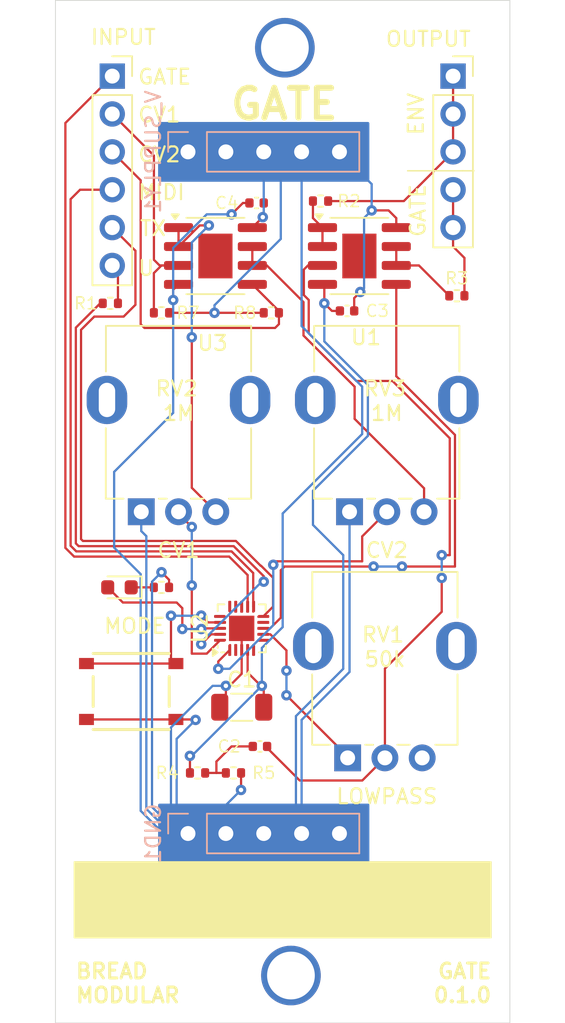
<source format=kicad_pcb>
(kicad_pcb (version 20240108) (generator "pcbnew") (generator_version "8.0")
  (layers (0 "F.Cu" signal) (31 "B.Cu" signal) (34 "B.Paste" user) (35 "F.Paste" user) (36 "B.SilkS" user "B.Silkscreen") (37 "F.SilkS" user "F.Silkscreen") (38 "B.Mask" user) (39 "F.Mask" user) (44 "Edge.Cuts" user))
  (net 0 "")
  (net 1 "GND")
  (net 2 "Net-(U1A-+)")
  (net 3 "V_MID")
  (net 4 "Net-(D1-K)")
  (net 5 "Net-(D1-A)")
  (net 6 "CV2")
  (net 7 "TX")
  (net 8 "MIDI")
  (net 9 "CV1")
  (net 10 "UDPI")
  (net 11 "GATE_OUT")
  (net 12 "V_SUPPLY")
  (net 13 "Net-(U2-~{RESET}{slash}PA0)")
  (net 14 "Net-(U1A--)")
  (net 15 "Net-(U1B--)")
  (net 17 "Net-(U2-PA6)")
  (net 18 "BUFF_CV1")
  (net 19 "Net-(U3A--)")
  (net 20 "Net-(U3B--)")
  (net 21 "BUFF_CV2")
  (net 22 "Net-(SW1-B)")
  (net 23 "Net-(U1B-+)")
  (net 27 "GATE")
  (net 33 "ENV_OUT")
  (footprint "Capacitor_SMD:C_1206_3216Metric" (layer "F.Cu") (at 59.485 88.05)
    (property "Reference" "C1" (at 0 -1.85 0) (layer "F.SilkS"))
    (property "Value" "100uf")
    (pad "1" smd roundrect (at -1.475 0) (size 1.15 1.8) (layers "F.Cu" "F.Paste" "F.Mask") (roundrect_rratio 0.217391) (net 1 "GND"))
    (pad "2" smd roundrect (at 1.475 0) (size 1.15 1.8) (layers "F.Cu" "F.Paste" "F.Mask") (roundrect_rratio 0.217391) (net 12 "V_SUPPLY"))
  )
  (footprint "BreadModular_Pots:Potentiometer_RV09" (layer "F.Cu") (at 69.342 67.948)
    (property "Reference" "RV3" (at -0.254 -1.27 180) (layer "F.SilkS"))
    (property "Value" "1M" (at -0.127 0.381 180) (layer "F.SilkS"))
    (pad "" thru_hole oval (at -4.927 -0.508 180) (size 2.72 3.24) (drill oval 1.1 2.3) (layers "*.Cu" "*.Mask"))
    (pad "" thru_hole oval (at 4.673 -0.508 180) (size 2.72 3.24) (drill oval 1.1 2.3) (layers "*.Cu" "*.Mask"))
    (pad "1" thru_hole rect (at -2.627 6.992 180) (size 1.8 1.8) (drill 1) (layers "*.Cu" "*.Mask") (net 1 "GND"))
    (pad "2" thru_hole circle (at -0.127 6.992 180) (size 1.8 1.8) (drill 1) (layers "*.Cu" "*.Mask") (net 21 "BUFF_CV2"))
    (pad "3" thru_hole circle (at 2.373 6.992 180) (size 1.8 1.8) (drill 1) (layers "*.Cu" "*.Mask") (net 20 "Net-(U3B--)"))
  )
  (footprint "Resistor_SMD:R_0402_1005Metric" (layer "F.Cu") (at 73.912 60.452)
    (property "Reference" "R3" (at 0 -1.17 0) (layer "F.SilkS") (effects (font (size 0.8 0.8) (thickness 0.1))))
    (property "Value" "1k")
    (pad "1" smd roundrect (at -0.51 0) (size 0.54 0.64) (layers "F.Cu" "F.Paste" "F.Mask") (net 15 "Net-(U1B--)"))
    (pad "2" smd roundrect (at 0.51 0) (size 0.54 0.64) (layers "F.Cu" "F.Paste" "F.Mask") (net 11 "GATE_OUT"))
  )
  (footprint "Resistor_SMD:R_0402_1005Metric" (layer "F.Cu") (at 50.671 60.96)
    (property "Reference" "R1" (at -1.649 0 0) (layer "F.SilkS") (effects (font (size 0.8 0.8) (thickness 0.1))))
    (property "Value" "4.7k")
    (pad "1" smd roundrect (at -0.51 0) (size 0.54 0.64) (layers "F.Cu" "F.Paste" "F.Mask") (net 13 "Net-(U2-~{RESET}{slash}PA0)"))
    (pad "2" smd roundrect (at 0.51 0) (size 0.54 0.64) (layers "F.Cu" "F.Paste" "F.Mask") (net 10 "UDPI"))
  )
  (footprint "Capacitor_SMD:C_0402_1005Metric" (layer "F.Cu") (at 66.548 61.468 180)
    (property "Reference" "C3" (at -2.032 0 0) (layer "F.SilkS") (effects (font (size 0.8 0.8) (thickness 0.1))))
    (property "Value" "0.1uf")
    (pad "1" smd roundrect (at -0.48 0 180) (size 0.56 0.62) (layers "F.Cu" "F.Paste" "F.Mask") (net 12 "V_SUPPLY"))
    (pad "2" smd roundrect (at 0.48 0 180) (size 0.56 0.62) (layers "F.Cu" "F.Paste" "F.Mask") (net 1 "GND"))
  )
  (footprint "LED_SMD:LED_0603_1608Metric" (layer "F.Cu") (at 51.2825 80.01 180)
    (property "Reference" "D1")
    (property "Value" "LED")
    (pad "1" smd roundrect (at -0.7875 0 180) (size 0.875 0.95) (layers "F.Cu" "F.Paste" "F.Mask") (net 4 "Net-(D1-K)"))
    (pad "2" smd roundrect (at 0.7875 0 180) (size 0.875 0.95) (layers "F.Cu" "F.Paste" "F.Mask") (net 5 "Net-(D1-A)"))
  )
  (footprint "Capacitor_SMD:C_0402_1005Metric" (layer "F.Cu") (at 60.48 54.229 180)
    (property "Reference" "C4" (at 2.004 0 0) (layer "F.SilkS") (effects (font (size 0.8 0.8) (thickness 0.1))))
    (property "Value" "0.1uf")
    (pad "1" smd roundrect (at -0.48 0 180) (size 0.56 0.62) (layers "F.Cu" "F.Paste" "F.Mask") (net 12 "V_SUPPLY"))
    (pad "2" smd roundrect (at 0.48 0 180) (size 0.56 0.62) (layers "F.Cu" "F.Paste" "F.Mask") (net 1 "GND"))
  )
  (footprint "BreadModular_MISC:SPST_TS-1187A-B-A-B" (layer "F.Cu") (at 52.07 86.995 180)
    (property "Reference" "SW1")
    (property "Value" "MODE SELECT")
    (pad "1" smd rect (at -3 -1.875 180) (size 1 0.75) (layers "F.Cu" "F.Paste" "F.Mask") (net 1 "GND"))
    (pad "1" smd rect (at 3 -1.875 180) (size 1 0.75) (layers "F.Cu" "F.Paste" "F.Mask") (net 1 "GND"))
    (pad "2" smd rect (at -3 1.875 180) (size 1 0.75) (layers "F.Cu" "F.Paste" "F.Mask") (net 22 "Net-(SW1-B)"))
    (pad "2" smd rect (at 3 1.875 180) (size 1 0.75) (layers "F.Cu" "F.Paste" "F.Mask") (net 22 "Net-(SW1-B)"))
  )
  (footprint "BreadModular_Pots:Potentiometer_RV09" (layer "F.Cu") (at 55.372 67.948)
    (property "Reference" "RV2" (at -0.254 -1.27 180) (layer "F.SilkS"))
    (property "Value" "1M" (at -0.127 0.381 180) (layer "F.SilkS"))
    (pad "" thru_hole oval (at -4.927 -0.508 180) (size 2.72 3.24) (drill oval 1.1 2.3) (layers "*.Cu" "*.Mask"))
    (pad "" thru_hole oval (at 4.673 -0.508 180) (size 2.72 3.24) (drill oval 1.1 2.3) (layers "*.Cu" "*.Mask"))
    (pad "1" thru_hole rect (at -2.627 6.992 180) (size 1.8 1.8) (drill 1) (layers "*.Cu" "*.Mask") (net 1 "GND"))
    (pad "2" thru_hole circle (at -0.127 6.992 180) (size 1.8 1.8) (drill 1) (layers "*.Cu" "*.Mask") (net 18 "BUFF_CV1"))
    (pad "3" thru_hole circle (at 2.373 6.992 180) (size 1.8 1.8) (drill 1) (layers "*.Cu" "*.Mask") (net 19 "Net-(U3A--)"))
  )
  (footprint "Connector_PinSocket_2.54mm:PinSocket_1x06_P2.54mm_Vertical" (layer "F.Cu") (at 50.8 45.72)
    (property "Reference" "INPUT1")
    (property "Value" "Conn_01x05_Socket")
    (pad "1" thru_hole rect (at 0 0) (size 1.7 1.7) (drill 1) (layers "*.Cu" "*.Mask") (net 27 "GATE"))
    (pad "2" thru_hole oval (at 0 2.54) (size 1.7 1.7) (drill 1) (layers "*.Cu" "*.Mask") (net 9 "CV1"))
    (pad "3" thru_hole oval (at 0 5.08) (size 1.7 1.7) (drill 1) (layers "*.Cu" "*.Mask") (net 6 "CV2"))
    (pad "4" thru_hole oval (at 0 7.62) (size 1.7 1.7) (drill 1) (layers "*.Cu" "*.Mask") (net 8 "MIDI"))
    (pad "5" thru_hole oval (at 0 10.16) (size 1.7 1.7) (drill 1) (layers "*.Cu" "*.Mask") (net 7 "TX"))
    (pad "6" thru_hole oval (at 0 12.7) (size 1.7 1.7) (drill 1) (layers "*.Cu" "*.Mask") (net 10 "UDPI"))
  )
  (footprint "Resistor_SMD:R_0402_1005Metric" (layer "F.Cu") (at 56.521 92.456)
    (property "Reference" "R4" (at -2.034 0 0) (layer "F.SilkS") (effects (font (size 0.8 0.8) (thickness 0.1))))
    (property "Value" "1k")
    (pad "1" smd roundrect (at -0.51 0) (size 0.54 0.64) (layers "F.Cu" "F.Paste" "F.Mask") (net 12 "V_SUPPLY"))
    (pad "2" smd roundrect (at 0.51 0) (size 0.54 0.64) (layers "F.Cu" "F.Paste" "F.Mask") (net 3 "V_MID"))
  )
  (footprint "Package_DFN_QFN:VQFN-20-1EP_3x3mm_P0.4mm_EP1.7x1.7mm" (layer "F.Cu") (at 59.48 82.76 90)
    (property "Reference" "U2" (at 0 -2.8 90) (layer "F.SilkS"))
    (property "Value" "ATtiny1616-M")
    (pad "1" smd custom (at -1.45 -0.8 90) (size 0.143431 0.143431) (layers "F.Cu" "F.Paste" "F.Mask") (net 21 "BUFF_CV2") (options (clearance outline) (anchor circle)) (primitives (gr_poly (pts (xy -0.35 -0.05) (xy 0.299289 -0.05) (xy 0.35 0.000711) (xy 0.35 0.05) (xy -0.35 0.05)) (width 0.1) (fill yes))))
    (pad "2" smd roundrect (at -1.45 -0.4 90) (size 0.8 0.2) (layers "F.Cu" "F.Paste" "F.Mask"))
    (pad "3" smd roundrect (at -1.45 0 90) (size 0.8 0.2) (layers "F.Cu" "F.Paste" "F.Mask") (net 1 "GND"))
    (pad "4" smd roundrect (at -1.45 0.4 90) (size 0.8 0.2) (layers "F.Cu" "F.Paste" "F.Mask") (net 12 "V_SUPPLY"))
    (pad "5" smd custom (at -1.45 0.8 90) (size 0.143431 0.143431) (layers "F.Cu" "F.Paste" "F.Mask") (options (clearance outline) (anchor circle)) (primitives (gr_poly (pts (xy -0.35 -0.05) (xy 0.35 -0.05) (xy 0.35 -0.000711) (xy 0.299289 0.05) (xy -0.35 0.05)) (width 0.1) (fill yes))))
    (pad "6" smd custom (at -0.8 1.45 90) (size 0.143431 0.143431) (layers "F.Cu" "F.Paste" "F.Mask") (options (clearance outline) (anchor circle)) (primitives (gr_poly (pts (xy -0.05 -0.299289) (xy 0.000711 -0.35) (xy 0.05 -0.35) (xy 0.05 0.35) (xy -0.05 0.35)) (width 0.1) (fill yes))))
    (pad "7" smd roundrect (at -0.4 1.45 90) (size 0.2 0.8) (layers "F.Cu" "F.Paste" "F.Mask") (net 17 "Net-(U2-PA6)"))
    (pad "8" smd roundrect (at 0 1.45 90) (size 0.2 0.8) (layers "F.Cu" "F.Paste" "F.Mask") (net 23 "Net-(U1B-+)"))
    (pad "9" smd roundrect (at 0.4 1.45 90) (size 0.2 0.8) (layers "F.Cu" "F.Paste" "F.Mask"))
    (pad "10" smd custom (at 0.8 1.45 90) (size 0.143431 0.143431) (layers "F.Cu" "F.Paste" "F.Mask") (net 7 "TX") (options (clearance outline) (anchor circle)) (primitives (gr_poly (pts (xy -0.05 -0.35) (xy -0.000711 -0.35) (xy 0.05 -0.299289) (xy 0.05 0.35) (xy -0.05 0.35)) (width 0.1) (fill yes))))
    (pad "11" smd custom (at 1.45 0.8 90) (size 0.143431 0.143431) (layers "F.Cu" "F.Paste" "F.Mask") (net 8 "MIDI") (options (clearance outline) (anchor circle)) (primitives (gr_poly (pts (xy -0.35 -0.05) (xy 0.35 -0.05) (xy 0.35 0.05) (xy -0.299289 0.05) (xy -0.35 -0.000711)) (width 0.1) (fill yes))))
    (pad "12" smd roundrect (at 1.45 0.4 90) (size 0.8 0.2) (layers "F.Cu" "F.Paste" "F.Mask") (net 27 "GATE"))
    (pad "13" smd roundrect (at 1.45 0 90) (size 0.8 0.2) (layers "F.Cu" "F.Paste" "F.Mask"))
    (pad "14" smd roundrect (at 1.45 -0.4 90) (size 0.8 0.2) (layers "F.Cu" "F.Paste" "F.Mask"))
    (pad "15" smd custom (at 1.45 -0.8 90) (size 0.143431 0.143431) (layers "F.Cu" "F.Paste" "F.Mask") (options (clearance outline) (anchor circle)) (primitives (gr_poly (pts (xy -0.35 0.000711) (xy -0.299289 -0.05) (xy 0.35 -0.05) (xy 0.35 0.05) (xy -0.35 0.05)) (width 0.1) (fill yes))))
    (pad "16" smd custom (at 0.8 -1.45 90) (size 0.143431 0.143431) (layers "F.Cu" "F.Paste" "F.Mask") (options (clearance outline) (anchor circle)) (primitives (gr_poly (pts (xy -0.05 -0.35) (xy 0.05 -0.35) (xy 0.05 0.299289) (xy -0.000711 0.35) (xy -0.05 0.35)) (width 0.1) (fill yes))))
    (pad "17" smd roundrect (at 0.4 -1.45 90) (size 0.2 0.8) (layers "F.Cu" "F.Paste" "F.Mask") (net 22 "Net-(SW1-B)"))
    (pad "18" smd roundrect (at 0 -1.45 90) (size 0.2 0.8) (layers "F.Cu" "F.Paste" "F.Mask") (net 5 "Net-(D1-A)"))
    (pad "19" smd roundrect (at -0.4 -1.45 90) (size 0.2 0.8) (layers "F.Cu" "F.Paste" "F.Mask") (net 13 "Net-(U2-~{RESET}{slash}PA0)"))
    (pad "20" smd custom (at -0.8 -1.45 90) (size 0.143431 0.143431) (layers "F.Cu" "F.Paste" "F.Mask") (net 18 "BUFF_CV1") (options (clearance outline) (anchor circle)) (primitives (gr_poly (pts (xy -0.05 -0.35) (xy 0.05 -0.35) (xy 0.05 0.35) (xy 0.000711 0.35) (xy -0.05 0.299289)) (width 0.1) (fill yes))))
    (pad "21" smd rect (at 0 0 90) (size 1.7 1.7) (property pad_prop_heatsink) (layers "F.Cu" "F.Mask") (net 1 "GND"))
  )
  (footprint "Resistor_SMD:R_0402_1005Metric" (layer "F.Cu") (at 54.1 80.01)
    (property "Reference" "R6")
    (property "Value" "330")
    (pad "1" smd roundrect (at -0.51 0) (size 0.54 0.64) (layers "F.Cu" "F.Paste" "F.Mask") (net 4 "Net-(D1-K)"))
    (pad "2" smd roundrect (at 0.51 0) (size 0.54 0.64) (layers "F.Cu" "F.Paste" "F.Mask") (net 1 "GND"))
  )
  (footprint "Resistor_SMD:R_0402_1005Metric" (layer "F.Cu") (at 64.77 54.102)
    (property "Reference" "R2" (at 1.905 0 0) (layer "F.SilkS") (effects (font (size 0.8 0.8) (thickness 0.1))))
    (property "Value" "1k")
    (pad "1" smd roundrect (at -0.51 0) (size 0.54 0.64) (layers "F.Cu" "F.Paste" "F.Mask") (net 14 "Net-(U1A--)"))
    (pad "2" smd roundrect (at 0.51 0) (size 0.54 0.64) (layers "F.Cu" "F.Paste" "F.Mask") (net 33 "ENV_OUT"))
  )
  (footprint "BreadModular_Pots:Potentiometer_RV09" (layer "F.Cu") (at 69.215 84.455)
    (property "Reference" "RV1" (at -0.254 -1.27 180) (layer "F.SilkS"))
    (property "Value" "50k" (at -0.127 0.381 180) (layer "F.SilkS"))
    (pad "" thru_hole oval (at -4.927 -0.508 180) (size 2.72 3.24) (drill oval 1.1 2.3) (layers "*.Cu" "*.Mask"))
    (pad "" thru_hole oval (at 4.673 -0.508 180) (size 2.72 3.24) (drill oval 1.1 2.3) (layers "*.Cu" "*.Mask"))
    (pad "1" thru_hole rect (at -2.627 6.992 180) (size 1.8 1.8) (drill 1) (layers "*.Cu" "*.Mask") (net 17 "Net-(U2-PA6)"))
    (pad "2" thru_hole circle (at -0.127 6.992 180) (size 1.8 1.8) (drill 1) (layers "*.Cu" "*.Mask") (net 2 "Net-(U1A-+)"))
    (pad "3" thru_hole circle (at 2.373 6.992 180) (size 1.8 1.8) (drill 1) (layers "*.Cu" "*.Mask"))
  )
  (footprint "Resistor_SMD:R_0402_1005Metric" (layer "F.Cu") (at 61.47 61.595)
    (property "Reference" "R8" (at -1.78 0 0) (layer "F.SilkS") (effects (font (size 0.8 0.8) (thickness 0.1))))
    (property "Value" "100k")
    (pad "1" smd roundrect (at -0.51 0) (size 0.54 0.64) (layers "F.Cu" "F.Paste" "F.Mask") (net 12 "V_SUPPLY"))
    (pad "2" smd roundrect (at 0.51 0) (size 0.54 0.64) (layers "F.Cu" "F.Paste" "F.Mask") (net 6 "CV2"))
  )
  (footprint "Package_SO:SOIC-8-1EP_3.9x4.9mm_P1.27mm_EP2.29x3mm" (layer "F.Cu") (at 67.375 57.785)
    (property "Reference" "U1" (at 0.443 5.461 0) (layer "F.SilkS"))
    (property "Value" "MCP6002-xSN")
    (pad "1" smd roundrect (at -2.475 -1.905) (size 1.95 0.6) (layers "F.Cu" "F.Paste" "F.Mask") (net 14 "Net-(U1A--)"))
    (pad "2" smd roundrect (at -2.475 -0.635) (size 1.95 0.6) (layers "F.Cu" "F.Paste" "F.Mask") (net 14 "Net-(U1A--)"))
    (pad "3" smd roundrect (at -2.475 0.635) (size 1.95 0.6) (layers "F.Cu" "F.Paste" "F.Mask") (net 2 "Net-(U1A-+)"))
    (pad "4" smd roundrect (at -2.475 1.905) (size 1.95 0.6) (layers "F.Cu" "F.Paste" "F.Mask") (net 1 "GND"))
    (pad "5" smd roundrect (at 2.475 1.905) (size 1.95 0.6) (layers "F.Cu" "F.Paste" "F.Mask") (net 23 "Net-(U1B-+)"))
    (pad "6" smd roundrect (at 2.475 0.635) (size 1.95 0.6) (layers "F.Cu" "F.Paste" "F.Mask") (net 15 "Net-(U1B--)"))
    (pad "7" smd roundrect (at 2.475 -0.635) (size 1.95 0.6) (layers "F.Cu" "F.Paste" "F.Mask") (net 15 "Net-(U1B--)"))
    (pad "8" smd roundrect (at 2.475 -1.905) (size 1.95 0.6) (layers "F.Cu" "F.Paste" "F.Mask") (net 12 "V_SUPPLY"))
    (pad "9" smd rect (at 0 0) (size 2.29 3) (property pad_prop_heatsink) (layers "F.Cu" "F.Mask"))
  )
  (footprint "Package_SO:SOIC-8-1EP_3.9x4.9mm_P1.27mm_EP2.29x3mm" (layer "F.Cu") (at 57.72 57.785)
    (property "Reference" "U3" (at -0.189 5.842 0) (layer "F.SilkS"))
    (property "Value" "MCP6002-xSN")
    (pad "1" smd roundrect (at -2.475 -1.905) (size 1.95 0.6) (layers "F.Cu" "F.Paste" "F.Mask") (net 19 "Net-(U3A--)"))
    (pad "2" smd roundrect (at -2.475 -0.635) (size 1.95 0.6) (layers "F.Cu" "F.Paste" "F.Mask") (net 19 "Net-(U3A--)"))
    (pad "3" smd roundrect (at -2.475 0.635) (size 1.95 0.6) (layers "F.Cu" "F.Paste" "F.Mask") (net 9 "CV1"))
    (pad "4" smd roundrect (at -2.475 1.905) (size 1.95 0.6) (layers "F.Cu" "F.Paste" "F.Mask") (net 1 "GND"))
    (pad "5" smd roundrect (at 2.475 1.905) (size 1.95 0.6) (layers "F.Cu" "F.Paste" "F.Mask") (net 6 "CV2"))
    (pad "6" smd roundrect (at 2.475 0.635) (size 1.95 0.6) (layers "F.Cu" "F.Paste" "F.Mask") (net 20 "Net-(U3B--)"))
    (pad "7" smd roundrect (at 2.475 -0.635) (size 1.95 0.6) (layers "F.Cu" "F.Paste" "F.Mask") (net 20 "Net-(U3B--)"))
    (pad "8" smd roundrect (at 2.475 -1.905) (size 1.95 0.6) (layers "F.Cu" "F.Paste" "F.Mask") (net 12 "V_SUPPLY"))
    (pad "9" smd rect (at 0 0) (size 2.29 3) (property pad_prop_heatsink) (layers "F.Cu" "F.Mask"))
  )
  (footprint "Resistor_SMD:R_0402_1005Metric" (layer "F.Cu") (at 54.1 61.595 180)
    (property "Reference" "R7" (at -1.78 0 0) (layer "F.SilkS") (effects (font (size 0.8 0.8) (thickness 0.1))))
    (property "Value" "100k")
    (pad "1" smd roundrect (at -0.51 0 180) (size 0.54 0.64) (layers "F.Cu" "F.Paste" "F.Mask") (net 12 "V_SUPPLY"))
    (pad "2" smd roundrect (at 0.51 0 180) (size 0.54 0.64) (layers "F.Cu" "F.Paste" "F.Mask") (net 9 "CV1"))
  )
  (footprint "Capacitor_SMD:C_0402_1005Metric" (layer "F.Cu") (at 60.706 90.678)
    (property "Reference" "C2" (at -2.06 0 0) (layer "F.SilkS") (effects (font (size 0.8 0.8) (thickness 0.1))))
    (property "Value" "100nf")
    (pad "1" smd roundrect (at -0.48 0) (size 0.56 0.62) (layers "F.Cu" "F.Paste" "F.Mask") (net 3 "V_MID"))
    (pad "2" smd roundrect (at 0.48 0) (size 0.56 0.62) (layers "F.Cu" "F.Paste" "F.Mask") (net 2 "Net-(U1A-+)"))
  )
  (footprint "Connector_PinSocket_2.54mm:PinSocket_1x05_P2.54mm_Vertical" (layer "F.Cu") (at 73.66 45.72)
    (property "Reference" "OUTPUT1")
    (property "Value" "Conn_01x05_Socket")
    (pad "1" thru_hole rect (at 0 0) (size 1.7 1.7) (drill 1) (layers "*.Cu" "*.Mask") (net 33 "ENV_OUT"))
    (pad "2" thru_hole oval (at 0 2.54) (size 1.7 1.7) (drill 1) (layers "*.Cu" "*.Mask") (net 33 "ENV_OUT"))
    (pad "3" thru_hole oval (at 0 5.08) (size 1.7 1.7) (drill 1) (layers "*.Cu" "*.Mask") (net 33 "ENV_OUT"))
    (pad "4" thru_hole oval (at 0 7.62) (size 1.7 1.7) (drill 1) (layers "*.Cu" "*.Mask") (net 11 "GATE_OUT"))
    (pad "5" thru_hole oval (at 0 10.16) (size 1.7 1.7) (drill 1) (layers "*.Cu" "*.Mask") (net 11 "GATE_OUT"))
  )
  (footprint "Resistor_SMD:R_0402_1005Metric" (layer "F.Cu") (at 58.93 92.456)
    (property "Reference" "R5" (at 2.034 0 0) (layer "F.SilkS") (effects (font (size 0.8 0.8) (thickness 0.1))))
    (property "Value" "1k")
    (pad "1" smd roundrect (at -0.51 0) (size 0.54 0.64) (layers "F.Cu" "F.Paste" "F.Mask") (net 3 "V_MID"))
    (pad "2" smd roundrect (at 0.51 0) (size 0.54 0.64) (layers "F.Cu" "F.Paste" "F.Mask") (net 1 "GND"))
  )
  (footprint "BreadModular_MISC:Power_Connector" (layer "B.Cu") (at 55.88 50.8 -90)
    (property "Reference" "V_SUPPLY1" (at 0 2.33 90) (layer "B.SilkS") (effects (justify mirror)))
    (property "Value" "Conn_01x05_Pin")
    (pad "1" thru_hole rect (at 0 0 270) (size 2 2) (drill 1) (layers "*.Cu" "*.Mask") (net 12 "V_SUPPLY"))
    (pad "2" thru_hole oval (at 0 -2.54 270) (size 2 2) (drill 1) (layers "*.Cu" "*.Mask") (net 12 "V_SUPPLY"))
    (pad "3" thru_hole oval (at 0 -5.08 270) (size 2 2) (drill 1) (layers "*.Cu" "*.Mask") (net 12 "V_SUPPLY"))
    (pad "4" thru_hole oval (at 0 -7.62 270) (size 2 2) (drill 1) (layers "*.Cu" "*.Mask") (net 12 "V_SUPPLY"))
    (pad "5" thru_hole oval (at 0 -10.16 270) (size 2 2) (drill 1) (layers "*.Cu" "*.Mask") (net 12 "V_SUPPLY"))
  )
  (footprint "BreadModular_MISC:Power_Connector" (layer "B.Cu") (at 55.88 96.52 -90)
    (property "Reference" "GND1" (at 0 2.33 90) (layer "B.SilkS") (effects (justify mirror)))
    (property "Value" "Conn_01x05_Pin")
    (pad "1" thru_hole rect (at 0 0 270) (size 2 2) (drill 1) (layers "*.Cu" "*.Mask") (net 1 "GND"))
    (pad "2" thru_hole oval (at 0 -2.54 270) (size 2 2) (drill 1) (layers "*.Cu" "*.Mask") (net 1 "GND"))
    (pad "3" thru_hole oval (at 0 -5.08 270) (size 2 2) (drill 1) (layers "*.Cu" "*.Mask") (net 1 "GND"))
    (pad "4" thru_hole oval (at 0 -7.62 270) (size 2 2) (drill 1) (layers "*.Cu" "*.Mask") (net 1 "GND"))
    (pad "5" thru_hole oval (at 0 -10.16 270) (size 2 2) (drill 1) (layers "*.Cu" "*.Mask") (net 1 "GND"))
  )
  (gr_poly (pts (xy 53.975 48.895) (xy 67.945 48.895) (xy 67.945 52.705) (xy 53.975 52.705)) (stroke (width 0.2)) (fill solid) (layer "B.Cu") (net 12))
  (gr_poly (pts (xy 53.975 94.615) (xy 67.945 94.615) (xy 67.945 98.425) (xy 53.975 98.425)) (stroke (width 0.2)) (fill solid) (layer "B.Cu") (net 1))
  (gr_line (start 74.295 52.07) (end 75.057 52.07) (stroke (width 0.1)) (layer "F.SilkS"))
  (gr_line (start 70.612 52.07) (end 74.295 52.07) (stroke (width 0.1)) (layer "F.SilkS"))
  (gr_poly (pts (xy 48.26 98.425) (xy 76.2 98.425) (xy 76.2 103.505) (xy 48.26 103.505)) (stroke (width 0.1)) (fill solid) (layer "F.SilkS"))
  (gr_line (start 46.99 109.22) (end 77.47 109.22) (stroke (width 0.05)) (layer "Edge.Cuts"))
  (gr_line (start 77.47 40.64) (end 46.99 40.64) (stroke (width 0.05)) (layer "Edge.Cuts"))
  (gr_line (start 46.99 40.64) (end 46.99 109.22) (stroke (width 0.05)) (layer "Edge.Cuts"))
  (gr_line (start 77.47 109.22) (end 77.47 40.64) (stroke (width 0.05)) (layer "Edge.Cuts"))
  (gr_text "GATE" (at 52.451 46.355 0) (layer "F.SilkS") (effects (font (size 1 1)) (justify left bottom)))
  (gr_text "ENV" (at 71.755 48.26 90) (layer "F.SilkS") (effects (font (size 1 1)) (justify bottom)))
  (gr_text "U" (at 52.451 59.182 0) (layer "F.SilkS") (effects (font (size 1 1)) (justify left bottom)))
  (gr_text "GATE" (at 71.882 54.737 90) (layer "F.SilkS") (effects (font (size 1 1)) (justify bottom)))
  (gr_text "TX" (at 52.578 56.515 0) (layer "F.SilkS") (effects (font (size 1 1)) (justify left bottom)))
  (gr_text "CV1" (at 52.451 48.895 0) (layer "F.SilkS") (effects (font (size 1 1)) (justify left bottom)))
  (gr_text "MODE" (at 50.165 83.185 0) (layer "F.SilkS") (effects (font (size 1 1)) (justify left bottom)))
  (gr_text "INPUT" (at 49.276 43.688 0) (layer "F.SilkS") (effects (font (size 1 1)) (justify left bottom)))
  (gr_text "CV2" (at 69.215 78.105 0) (layer "F.SilkS") (effects (font (size 1 1)) (justify bottom)))
  (gr_text "GATE\n0.1.0" (at 76.327 107.95 0) (layer "F.SilkS") (effects (font (size 1 1) (thickness 0.2) (bold yes)) (justify right bottom)))
  (gr_text "GATE" (at 58.547 48.768 0) (layer "F.SilkS") (effects (font (size 2 2) (thickness 0.4) (bold yes)) (justify left bottom)))
  (gr_text "MIDI" (at 52.451 54.102 0) (layer "F.SilkS") (effects (font (size 1 1)) (justify left bottom)))
  (gr_text "LOWPASS" (at 69.215 94.615 0) (layer "F.SilkS") (effects (font (size 1 1)) (justify bottom)))
  (gr_text "OUTPUT" (at 74.93 43.815 0) (layer "F.SilkS") (effects (font (size 1 1)) (justify right bottom)))
  (gr_text "CV1" (at 55.245 78.105 0) (layer "F.SilkS") (effects (font (size 1 1)) (justify bottom)))
  (gr_text "BREAD\nMODULAR" (at 48.26 107.95 0) (layer "F.SilkS") (effects (font (size 1 1) (thickness 0.2) (bold yes)) (justify left bottom)))
  (gr_text "CV2" (at 52.451 51.562 0) (layer "F.SilkS") (effects (font (size 1 1)) (justify left bottom)))
  (via (at 62.784908 106.045) (size 4) (drill 3.2) (layers "F.Cu" "B.Cu") (net 0))
  (via (at 62.37758 43.815) (size 4) (drill 3.2) (layers "F.Cu" "B.Cu") (net 0))
  (segment (start 58.42 86.614) (end 58.674 86.614) (width 0.15) (layer "F.Cu") (net 1))
  (segment (start 55.88 96.52) (end 66.04 96.52) (width 0.5) (layer "F.Cu") (net 1))
  (segment (start 54.61 79.502) (end 54.61 80.01) (width 0.15) (layer "F.Cu") (net 1))
  (segment (start 65.024 59.814) (end 64.9 59.69) (width 0.15) (layer "F.Cu") (net 1))
  (segment (start 66.068 61.468) (end 65.532 61.468) (width 0.15) (layer "F.Cu") (net 1))
  (segment (start 65.532 61.468) (end 65.024 60.96) (width 0.15) (layer "F.Cu") (net 1))
  (segment (start 58.42 87.64) (end 58.01 88.05) (width 0.15) (layer "F.Cu") (net 1))
  (segment (start 55.07 88.87) (end 56.358 88.87) (width 0.15) (layer "F.Cu") (net 1))
  (segment (start 60 54.229) (end 59.563 54.229) (width 0.15) (layer "F.Cu") (net 1))
  (segment (start 59.44 93.595) (end 59.436 93.599) (width 0.15) (layer "F.Cu") (net 1))
  (segment (start 49.07 88.87) (end 55.07 88.87) (width 0.15) (layer "F.Cu") (net 1))
  (segment (start 56.358 88.87) (end 56.388 88.9) (width 0.15) (layer "F.Cu") (net 1))
  (segment (start 54.8863 60.739686) (end 54.8863 60.0487) (width 0.15) (layer "F.Cu") (net 1))
  (segment (start 59.44 92.456) (end 59.44 93.595) (width 0.15) (layer "F.Cu") (net 1))
  (segment (start 59.48 85.808) (end 59.48 84.21) (width 0.15) (layer "F.Cu") (net 1))
  (segment (start 65.024 60.96) (end 65.024 59.814) (width 0.15) (layer "F.Cu") (net 1))
  (segment (start 59.48 82.76) (end 59.48 84.21) (width 0.15) (layer "F.Cu") (net 1))
  (segment (start 54.102 78.994) (end 54.61 79.502) (width 0.15) (layer "F.Cu") (net 1))
  (segment (start 54.8863 60.0487) (end 55.245 59.69) (width 0.15) (layer "F.Cu") (net 1))
  (segment (start 58.674 86.614) (end 59.48 85.808) (width 0.15) (layer "F.Cu") (net 1))
  (segment (start 58.42 86.614) (end 58.42 87.64) (width 0.15) (layer "F.Cu") (net 1))
  (segment (start 59.563 54.229) (end 58.801 54.991) (width 0.15) (layer "F.Cu") (net 1))
  (via (at 54.8863 60.739686) (size 0.7) (drill 0.3) (layers "F.Cu" "B.Cu") (net 1))
  (via (at 56.388 88.9) (size 0.7) (drill 0.3) (layers "F.Cu" "B.Cu") (net 1))
  (via (at 59.436 93.599) (size 0.7) (drill 0.3) (layers "F.Cu" "B.Cu") (net 1))
  (via (at 54.102 78.994) (size 0.7) (drill 0.3) (layers "F.Cu" "B.Cu") (net 1))
  (via (at 58.42 86.614) (size 0.7) (drill 0.3) (layers "F.Cu" "B.Cu") (net 1))
  (via (at 58.801 54.991) (size 0.7) (drill 0.3) (layers "F.Cu" "B.Cu") (net 1))
  (via (at 65.024 60.96) (size 0.7) (drill 0.3) (layers "F.Cu" "B.Cu") (net 1))
  (segment (start 55.245 96.52) (end 55.88 96.52) (width 0.15) (layer "B.Cu") (net 1))
  (segment (start 52.705 94.996) (end 53.213 95.504) (width 0.15) (layer "B.Cu") (net 1))
  (segment (start 54.102 78.994) (end 53.467 79.629) (width 0.15) (layer "B.Cu") (net 1))
  (segment (start 67.945 69.85) (end 64.262 73.533) (width 0.15) (layer "B.Cu") (net 1))
  (segment (start 59.436 93.599) (end 58.42 94.615) (width 0.15) (layer "B.Cu") (net 1))
  (segment (start 65.024 63.513026) (end 67.945 66.434026) (width 0.15) (layer "B.Cu") (net 1))
  (segment (start 67.945 66.434026) (end 67.945 69.85) (width 0.15) (layer "B.Cu") (net 1))
  (segment (start 50.927 72.263) (end 50.927 77.343) (width 0.15) (layer "B.Cu") (net 1))
  (segment (start 51.181 77.597) (end 52.705 79.121) (width 0.15) (layer "B.Cu") (net 1))
  (segment (start 54.8863 68.3037) (end 50.927 72.263) (width 0.15) (layer "B.Cu") (net 1))
  (segment (start 54.483 96.774) (end 54.737 96.52) (width 0.15) (layer "B.Cu") (net 1))
  (segment (start 55.88 95.758) (end 55.88 96.52) (width 0.15) (layer "B.Cu") (net 1))
  (segment (start 64.262 75.819) (end 66.294 77.851) (width 0.15) (layer "B.Cu") (net 1))
  (segment (start 53.213 95.504) (end 54.483 96.774) (width 0.15) (layer "B.Cu") (net 1))
  (segment (start 58.42 86.614) (end 57.531 86.614) (width 0.15) (layer "B.Cu") (net 1))
  (segment (start 56.388 88.9) (end 55.118 90.17) (width 0.15) (layer "B.Cu") (net 1))
  (segment (start 50.927 77.343) (end 51.181 77.597) (width 0.15) (layer "B.Cu") (net 1))
  (segment (start 52.745 76.234884) (end 53.086 76.575884) (width 0.15) (layer "B.Cu") (net 1))
  (segment (start 54.737 95.377) (end 55.88 96.52) (width 0.15) (layer "B.Cu") (net 1))
  (segment (start 53.086 94.869) (end 54.737 96.52) (width 0.15) (layer "B.Cu") (net 1))
  (segment (start 55.118 90.17) (end 55.118 94.996) (width 0.15) (layer "B.Cu") (net 1))
  (segment (start 63.5 88.9) (end 63.5 96.52) (width 0.15) (layer "B.Cu") (net 1))
  (segment (start 54.737 96.52) (end 55.88 96.52) (width 0.15) (layer "B.Cu") (net 1))
  (segment (start 58.801 54.991) (end 57.137114 54.991) (width 0.15) (layer "B.Cu") (net 1))
  (segment (start 53.467 94.742) (end 55.245 96.52) (width 0.15) (layer "B.Cu") (net 1))
  (segment (start 52.705 84.836) (end 52.705 94.996) (width 0.15) (layer "B.Cu") (net 1))
  (segment (start 58.42 94.615) (end 58.42 96.52) (width 0.15) (layer "B.Cu") (net 1))
  (segment (start 57.137114 54.991) (end 54.8863 57.241814) (width 0.15) (layer "B.Cu") (net 1))
  (segment (start 66.715 74.94) (end 66.715 85.685) (width 0.15) (layer "B.Cu") (net 1))
  (segment (start 52.705 79.121) (end 52.705 84.836) (width 0.15) (layer "B.Cu") (net 1))
  (segment (start 57.531 86.614) (end 54.737 89.408) (width 0.15) (layer "B.Cu") (net 1))
  (segment (start 54.8863 57.241814) (end 54.8863 60.739686) (width 0.15) (layer "B.Cu") (net 1))
  (segment (start 53.467 79.629) (end 53.467 94.742) (width 0.15) (layer "B.Cu") (net 1))
  (segment (start 55.118 94.996) (end 55.88 95.758) (width 0.15) (layer "B.Cu") (net 1))
  (segment (start 64.262 73.533) (end 64.262 75.819) (width 0.15) (layer "B.Cu") (net 1))
  (segment (start 53.086 76.575884) (end 53.086 94.869) (width 0.15) (layer "B.Cu") (net 1))
  (segment (start 63.119 96.139) (end 63.5 96.52) (width 0.15) (layer "B.Cu") (net 1))
  (segment (start 52.745 74.94) (end 52.745 76.234884) (width 0.15) (layer "B.Cu") (net 1))
  (segment (start 65.024 60.96) (end 65.024 63.513026) (width 0.15) (layer "B.Cu") (net 1))
  (segment (start 54.737 89.408) (end 54.737 95.377) (width 0.15) (layer "B.Cu") (net 1))
  (segment (start 66.715 85.685) (end 63.5 88.9) (width 0.15) (layer "B.Cu") (net 1))
  (segment (start 63.119 88.646) (end 63.119 96.139) (width 0.15) (layer "B.Cu") (net 1))
  (segment (start 54.8863 60.739686) (end 54.8863 68.3037) (width 0.15) (layer "B.Cu") (net 1))
  (segment (start 66.294 77.851) (end 66.294 85.471) (width 0.15) (layer "B.Cu") (net 1))
  (segment (start 66.294 85.471) (end 63.119 88.646) (width 0.15) (layer "B.Cu") (net 1))
  (segment (start 69.596 66.167) (end 73.437 70.008) (width 0.15) (layer "F.Cu") (net 2))
  (segment (start 63.977 62.974026) (end 67.169974 66.167) (width 0.15) (layer "F.Cu") (net 2))
  (segment (start 73.437 70.008) (end 73.437 77.851) (width 0.15) (layer "F.Cu") (net 2))
  (segment (start 63.373 92.964) (end 67.571 92.964) (width 0.15) (layer "F.Cu") (net 2))
  (segment (start 61.186 90.678) (end 61.186 90.777) (width 0.15) (layer "F.Cu") (net 2))
  (segment (start 64.9 58.42) (end 63.925001 58.42) (width 0.15) (layer "F.Cu") (net 2))
  (segment (start 72.898 81.647974) (end 69.088 85.457974) (width 0.15) (layer "F.Cu") (net 2))
  (segment (start 72.898 79.375) (end 72.898 81.647974) (width 0.15) (layer "F.Cu") (net 2))
  (segment (start 67.571 92.964) (end 69.088 91.447) (width 0.15) (layer "F.Cu") (net 2))
  (segment (start 63.925001 58.42) (end 63.65 58.695001) (width 0.15) (layer "F.Cu") (net 2))
  (segment (start 63.65 60.405027) (end 63.977 60.732027) (width 0.15) (layer "F.Cu") (net 2))
  (segment (start 61.186 90.777) (end 63.373 92.964) (width 0.15) (layer "F.Cu") (net 2))
  (segment (start 63.65 58.695001) (end 63.65 60.405027) (width 0.15) (layer "F.Cu") (net 2))
  (segment (start 67.169974 66.167) (end 69.596 66.167) (width 0.15) (layer "F.Cu") (net 2))
  (segment (start 63.977 60.732027) (end 63.977 62.974026) (width 0.15) (layer "F.Cu") (net 2))
  (segment (start 69.088 85.457974) (end 69.088 91.447) (width 0.15) (layer "F.Cu") (net 2))
  (segment (start 73.437 77.851) (end 72.898 77.851) (width 0.15) (layer "F.Cu") (net 2))
  (via (at 72.898 77.851) (size 0.7) (drill 0.3) (layers "F.Cu" "B.Cu") (net 2))
  (via (at 72.898 79.375) (size 0.7) (drill 0.3) (layers "F.Cu" "B.Cu") (net 2))
  (segment (start 72.898 77.851) (end 72.898 79.375) (width 0.15) (layer "B.Cu") (net 2))
  (segment (start 57.785 92.456) (end 57.785 91.694) (width 0.15) (layer "F.Cu") (net 3))
  (segment (start 58.801 90.678) (end 60.226 90.678) (width 0.15) (layer "F.Cu") (net 3))
  (segment (start 57.785 91.694) (end 58.801 90.678) (width 0.15) (layer "F.Cu") (net 3))
  (segment (start 57.785 92.456) (end 57.031 92.456) (width 0.15) (layer "F.Cu") (net 3))
  (segment (start 58.42 92.456) (end 57.785 92.456) (width 0.15) (layer "F.Cu") (net 3))
  (segment (start 53.59 80.01) (end 52.07 80.01) (width 0.15) (layer "F.Cu") (net 4))
  (segment (start 51.511 81.026) (end 55.118 81.026) (width 0.15) (layer "F.Cu") (net 5))
  (segment (start 56.813 82.76) (end 58.03 82.76) (width 0.15) (layer "F.Cu") (net 5))
  (segment (start 55.118 81.026) (end 55.499 81.407) (width 0.15) (layer "F.Cu") (net 5))
  (segment (start 55.499 81.407) (end 55.499 82.804) (width 0.15) (layer "F.Cu") (net 5))
  (segment (start 50.495 80.01) (end 51.511 81.026) (width 0.15) (layer "F.Cu") (net 5))
  (segment (start 56.769 82.804) (end 56.813 82.76) (width 0.15) (layer "F.Cu") (net 5))
  (via (at 55.499 82.804) (size 0.7) (drill 0.3) (layers "F.Cu" "B.Cu") (net 5))
  (via (at 56.769 82.804) (size 0.7) (drill 0.3) (layers "F.Cu" "B.Cu") (net 5))
  (segment (start 55.499 82.804) (end 56.769 82.804) (width 0.15) (layer "B.Cu") (net 5))
  (segment (start 61.722 62.611) (end 61.98 62.353) (width 0.15) (layer "F.Cu") (net 6))
  (segment (start 52.959 62.611) (end 61.722 62.611) (width 0.15) (layer "F.Cu") (net 6))
  (segment (start 52.705 62.357) (end 52.959 62.611) (width 0.15) (layer "F.Cu") (net 6))
  (segment (start 61.98 62.353) (end 61.98 61.595) (width 0.15) (layer "F.Cu") (net 6))
  (segment (start 61.98 61.475) (end 61.98 61.595) (width 0.15) (layer "F.Cu") (net 6))
  (segment (start 52.705 52.705) (end 52.705 62.357) (width 0.15) (layer "F.Cu") (net 6))
  (segment (start 50.8 50.8) (end 52.705 52.705) (width 0.15) (layer "F.Cu") (net 6))
  (segment (start 60.195 59.69) (end 61.98 61.475) (width 0.15) (layer "F.Cu") (net 6))
  (segment (start 61.585 79.365) (end 60.782526 78.562526) (width 0.15) (layer "F.Cu") (net 7))
  (segment (start 48.83 76.897) (end 48.706 76.773) (width 0.15) (layer "F.Cu") (net 7))
  (segment (start 49.595 61.849) (end 51.562 61.849) (width 0.15) (layer "F.Cu") (net 7))
  (segment (start 60.93 81.96) (end 61.585 81.305) (width 0.15) (layer "F.Cu") (net 7))
  (segment (start 48.706 62.738) (end 49.595 61.849) (width 0.15) (layer "F.Cu") (net 7))
  (segment (start 52.355 61.056) (end 52.355 57.435) (width 0.15) (layer "F.Cu") (net 7))
  (segment (start 61.585 81.305) (end 61.585 79.365) (width 0.15) (layer "F.Cu") (net 7))
  (segment (start 59.842988 77.649039) (end 59.295975 77.102025) (width 0.15) (layer "F.Cu") (net 7))
  (segment (start 48.706 76.773) (end 48.706 62.738) (width 0.15) (layer "F.Cu") (net 7))
  (segment (start 59.09095 76.897) (end 48.83 76.897) (width 0.15) (layer "F.Cu") (net 7))
  (segment (start 59.295975 77.102025) (end 59.09095 76.897) (width 0.15) (layer "F.Cu") (net 7))
  (segment (start 52.355 57.435) (end 50.8 55.88) (width 0.15) (layer "F.Cu") (net 7))
  (segment (start 60.782526 78.562526) (end 60.756474 78.562526) (width 0.15) (layer "F.Cu") (net 7))
  (segment (start 51.562 61.849) (end 52.355 61.056) (width 0.15) (layer "F.Cu") (net 7))
  (segment (start 60.756474 78.562526) (end 59.842988 77.649039) (width 0.15) (layer "F.Cu") (net 7))
  (segment (start 48.006 54.229) (end 48.006 53.975) (width 0.15) (layer "F.Cu") (net 8))
  (segment (start 48.006 54.229) (end 48.006 77.216) (width 0.15) (layer "F.Cu") (net 8))
  (segment (start 58.801 77.597) (end 60.255 79.051) (width 0.15) (layer "F.Cu") (net 8))
  (segment (start 48.641 53.34) (end 50.8 53.34) (width 0.15) (layer "F.Cu") (net 8))
  (segment (start 48.006 77.216) (end 48.387 77.597) (width 0.15) (layer "F.Cu") (net 8))
  (segment (start 48.006 53.975) (end 48.641 53.34) (width 0.15) (layer "F.Cu") (net 8))
  (segment (start 48.387 77.597) (end 58.801 77.597) (width 0.15) (layer "F.Cu") (net 8))
  (segment (start 60.255 81.31) (end 60.28 81.31) (width 0.15) (layer "F.Cu") (net 8))
  (segment (start 60.255 79.051) (end 60.255 81.31) (width 0.15) (layer "F.Cu") (net 8))
  (segment (start 53.975 58.42) (end 55.245 58.42) (width 0.15) (layer "F.Cu") (net 9))
  (segment (start 53.59 58.932) (end 54.102 58.42) (width 0.15) (layer "F.Cu") (net 9))
  (segment (start 54.102 58.42) (end 55.245 58.42) (width 0.15) (layer "F.Cu") (net 9))
  (segment (start 53.594 51.054) (end 53.594 58.039) (width 0.15) (layer "F.Cu") (net 9))
  (segment (start 53.594 58.039) (end 53.975 58.42) (width 0.15) (layer "F.Cu") (net 9))
  (segment (start 50.8 48.26) (end 53.594 51.054) (width 0.15) (layer "F.Cu") (net 9))
  (segment (start 53.59 61.595) (end 53.59 58.932) (width 0.15) (layer "F.Cu") (net 9))
  (segment (start 51.181 60.96) (end 51.181 58.801) (width 0.15) (layer "F.Cu") (net 10))
  (segment (start 51.181 58.801) (end 50.8 58.42) (width 0.2) (layer "F.Cu") (net 10))
  (segment (start 73.66 57.15) (end 73.66 55.88) (width 0.15) (layer "F.Cu") (net 11))
  (segment (start 74.422 57.912) (end 73.66 57.15) (width 0.15) (layer "F.Cu") (net 11))
  (segment (start 74.422 60.452) (end 74.422 57.912) (width 0.15) (layer "F.Cu") (net 11))
  (segment (start 73.66 53.34) (end 73.66 55.88) (width 0.15) (layer "F.Cu") (net 11))
  (segment (start 56.011 91.317) (end 56.007 91.313) (width 0.15) (layer "F.Cu") (net 12))
  (segment (start 56.011 92.456) (end 56.011 91.317) (width 0.15) (layer "F.Cu") (net 12))
  (segment (start 60.96 54.229) (end 60.96 55.115) (width 0.15) (layer "F.Cu") (net 12))
  (segment (start 54.61 61.595) (end 57.658 61.595) (width 0.15) (layer "F.Cu") (net 12))
  (segment (start 69.332 54.727) (end 69.85 55.245) (width 0.15) (layer "F.Cu") (net 12))
  (segment (start 67.028 60.607) (end 67.437 60.198) (width 0.15) (layer "F.Cu") (net 12))
  (segment (start 59.88 85.7245) (end 59.88 84.21) (width 0.15) (layer "F.Cu") (net 12))
  (segment (start 60.833 86.614) (end 60.96 86.741) (width 0.15) (layer "F.Cu") (net 12))
  (segment (start 60.96 55.115) (end 60.895 55.18) (width 0.15) (layer "F.Cu") (net 12))
  (segment (start 60.833 86.614) (end 60.7695 86.614) (width 0.15) (layer "F.Cu") (net 12))
  (segment (start 60.895 55.18) (end 60.195 55.88) (width 0.15) (layer "F.Cu") (net 12))
  (segment (start 60.7695 86.614) (end 59.88 85.7245) (width 0.15) (layer "F.Cu") (net 12))
  (segment (start 55.88 50.8) (end 66.04 50.8) (width 0.5) (layer "F.Cu") (net 12))
  (segment (start 69.85 55.245) (end 69.85 55.88) (width 0.15) (layer "F.Cu") (net 12))
  (segment (start 67.028 61.468) (end 67.028 60.607) (width 0.15) (layer "F.Cu") (net 12))
  (segment (start 60.96 61.595) (end 57.658 61.595) (width 0.15) (layer "F.Cu") (net 12))
  (segment (start 68.199 54.727) (end 69.332 54.727) (width 0.15) (layer "F.Cu") (net 12))
  (segment (start 60.96 86.741) (end 60.96 88.05) (width 0.15) (layer "F.Cu") (net 12))
  (via (at 60.895 55.18) (size 0.7) (drill 0.3) (layers "F.Cu" "B.Cu") (net 12))
  (via (at 56.007 91.313) (size 0.7) (drill 0.3) (layers "F.Cu" "B.Cu") (net 12))
  (via (at 68.199 54.727) (size 0.7) (drill 0.3) (layers "F.Cu" "B.Cu") (net 12))
  (via (at 57.658 61.595) (size 0.7) (drill 0.3) (layers "F.Cu" "B.Cu") (net 12))
  (via (at 60.833 86.614) (size 0.7) (drill 0.3) (layers "F.Cu" "B.Cu") (net 12))
  (via (at 67.437 60.198) (size 0.7) (drill 0.3) (layers "F.Cu" "B.Cu") (net 12))
  (segment (start 63.5 62.484) (end 67.564 66.548) (width 0.15) (layer "B.Cu") (net 12))
  (segment (start 60.833 84.074) (end 60.833 86.614) (width 0.15) (layer "B.Cu") (net 12))
  (segment (start 57.658 61.087) (end 62.103 56.642) (width 0.15) (layer "B.Cu") (net 12))
  (segment (start 68.199 54.727) (end 68.199 52.959) (width 0.15) (layer "B.Cu") (net 12))
  (segment (start 60.895 55.18) (end 60.96 55.115) (width 0.15) (layer "B.Cu") (net 12))
  (segment (start 62.23 75.057) (end 62.23 82.677) (width 0.15) (layer "B.Cu") (net 12))
  (segment (start 62.103 56.642) (end 62.103 51.943) (width 0.15) (layer "B.Cu") (net 12))
  (segment (start 68.199 52.959) (end 66.04 50.8) (width 0.15) (layer "B.Cu") (net 12))
  (segment (start 68.199 54.727) (end 67.691 55.235) (width 0.15) (layer "B.Cu") (net 12))
  (segment (start 62.103 51.943) (end 60.96 50.8) (width 0.15) (layer "B.Cu") (net 12))
  (segment (start 67.564 69.723) (end 62.23 75.057) (width 0.15) (layer "B.Cu") (net 12))
  (segment (start 67.564 66.548) (end 67.564 69.723) (width 0.15) (layer "B.Cu") (net 12))
  (segment (start 60.96 55.115) (end 60.96 50.8) (width 0.15) (layer "B.Cu") (net 12))
  (segment (start 67.691 59.944) (end 67.437 60.198) (width 0.15) (layer "B.Cu") (net 12))
  (segment (start 67.691 55.235) (end 67.691 59.944) (width 0.15) (layer "B.Cu") (net 12))
  (segment (start 56.007 91.313) (end 56.134 91.313) (width 0.15) (layer "B.Cu") (net 12))
  (segment (start 63.5 50.8) (end 63.5 62.484) (width 0.15) (layer "B.Cu") (net 12))
  (segment (start 62.23 82.677) (end 60.833 84.074) (width 0.15) (layer "B.Cu") (net 12))
  (segment (start 56.134 91.313) (end 60.833 86.614) (width 0.15) (layer "B.Cu") (net 12))
  (segment (start 57.658 61.595) (end 57.658 61.087) (width 0.15) (layer "B.Cu") (net 12))
  (segment (start 60.96 79.261026) (end 59.492987 77.794013) (width 0.15) (layer "F.Cu") (net 13))
  (segment (start 48.356 77.058) (end 48.356 62.593025) (width 0.15) (layer "F.Cu") (net 13))
  (segment (start 59.492987 77.794013) (end 59.151 77.452025) (width 0.15) (layer "F.Cu") (net 13))
  (segment (start 60.96 79.629) (end 60.96 79.261026) (width 0.15) (layer "F.Cu") (net 13))
  (segment (start 48.356 62.593025) (end 49.989025 60.96) (width 0.15) (layer "F.Cu") (net 13))
  (segment (start 59.151 77.452025) (end 58.945975 77.247) (width 0.15) (layer "F.Cu") (net 13))
  (segment (start 58.03 83.16) (end 57.429 83.16) (width 0.15) (layer "F.Cu") (net 13))
  (segment (start 48.545 77.247) (end 48.356 77.058) (width 0.15) (layer "F.Cu") (net 13))
  (segment (start 49.989025 60.96) (end 50.161 60.96) (width 0.15) (layer "F.Cu") (net 13))
  (segment (start 58.945975 77.247) (end 48.545 77.247) (width 0.15) (layer "F.Cu") (net 13))
  (segment (start 57.429 83.16) (end 56.769 83.82) (width 0.15) (layer "F.Cu") (net 13))
  (via (at 56.769 83.82) (size 0.7) (drill 0.3) (layers "F.Cu" "B.Cu") (net 13))
  (via (at 60.96 79.629) (size 0.7) (drill 0.3) (layers "F.Cu" "B.Cu") (net 13))
  (segment (start 60.827884 79.629) (end 60.96 79.629) (width 0.15) (layer "B.Cu") (net 13))
  (segment (start 56.769 83.82) (end 56.769 83.687884) (width 0.15) (layer "B.Cu") (net 13))
  (segment (start 56.769 83.687884) (end 60.827884 79.629) (width 0.15) (layer "B.Cu") (net 13))
  (segment (start 64.9 57.15) (end 64.9 55.88) (width 0.15) (layer "F.Cu") (net 14))
  (segment (start 64.26 55.24) (end 64.26 54.102) (width 0.15) (layer "F.Cu") (net 14))
  (segment (start 64.9 55.88) (end 64.26 55.24) (width 0.15) (layer "F.Cu") (net 14))
  (segment (start 69.85 57.15) (end 69.85 58.42) (width 0.15) (layer "F.Cu") (net 15))
  (segment (start 71.37 58.42) (end 69.85 58.42) (width 0.15) (layer "F.Cu") (net 15))
  (segment (start 73.402 60.452) (end 71.37 58.42) (width 0.15) (layer "F.Cu") (net 15))
  (segment (start 62.484 87.249) (end 66.588 91.353) (width 0.15) (layer "F.Cu") (net 17))
  (segment (start 66.588 91.353) (end 66.588 91.447) (width 0.15) (layer "F.Cu") (net 17))
  (segment (start 61.403224 83.16) (end 62.484 84.240776) (width 0.15) (layer "F.Cu") (net 17))
  (segment (start 60.93 83.16) (end 61.403224 83.16) (width 0.15) (layer "F.Cu") (net 17))
  (segment (start 62.484 84.240776) (end 62.484 85.598) (width 0.15) (layer "F.Cu") (net 17))
  (via (at 62.484 85.598) (size 0.7) (drill 0.3) (layers "F.Cu" "B.Cu") (net 17))
  (via (at 62.484 87.249) (size 0.7) (drill 0.3) (layers "F.Cu" "B.Cu") (net 17))
  (segment (start 62.484 85.598) (end 62.484 87.249) (width 0.15) (layer "B.Cu") (net 17))
  (segment (start 55.245 75.067) (end 56.134 75.956) (width 0.15) (layer "F.Cu") (net 18))
  (segment (start 55.245 74.94) (end 55.245 75.067) (width 0.15) (layer "F.Cu") (net 18))
  (segment (start 56.134 84.455) (end 57.135 84.455) (width 0.15) (layer "F.Cu") (net 18))
  (segment (start 56.134 79.883) (end 56.134 84.455) (width 0.15) (layer "F.Cu") (net 18))
  (segment (start 57.135 84.455) (end 58.03 83.56) (width 0.15) (layer "F.Cu") (net 18))
  (via (at 56.134 79.883) (size 0.7) (drill 0.3) (layers "F.Cu" "B.Cu") (net 18))
  (via (at 56.134 75.956) (size 0.7) (drill 0.3) (layers "F.Cu" "B.Cu") (net 18))
  (segment (start 56.134 75.956) (end 56.134 79.883) (width 0.15) (layer "B.Cu") (net 18))
  (segment (start 56.134 73.329) (end 57.745 74.94) (width 0.15) (layer "F.Cu") (net 19))
  (segment (start 55.245 57.15) (end 55.245 55.88) (width 0.15) (layer "F.Cu") (net 19))
  (segment (start 56.660002 55.734998) (end 57.277 55.734998) (width 0.15) (layer "F.Cu") (net 19))
  (segment (start 56.134 63.236) (end 56.134 73.329) (width 0.15) (layer "F.Cu") (net 19))
  (segment (start 55.245 57.15) (end 56.660002 55.734998) (width 0.15) (layer "F.Cu") (net 19))
  (via (at 56.134 63.236) (size 0.7) (drill 0.3) (layers "F.Cu" "B.Cu") (net 19))
  (via (at 57.277 55.734998) (size 0.7) (drill 0.3) (layers "F.Cu" "B.Cu") (net 19))
  (segment (start 57.277 55.734998) (end 56.134 56.877998) (width 0.15) (layer "B.Cu") (net 19))
  (segment (start 56.134 56.877998) (end 56.134 63.236) (width 0.15) (layer "B.Cu") (net 19))
  (segment (start 71.715 73.366) (end 71.715 74.94) (width 0.15) (layer "F.Cu") (net 20))
  (segment (start 60.195 57.15) (end 60.195 58.42) (width 0.15) (layer "F.Cu") (net 20))
  (segment (start 61.169999 58.42) (end 63.627 60.877001) (width 0.15) (layer "F.Cu") (net 20))
  (segment (start 63.627 63.119) (end 67.056 66.548) (width 0.15) (layer "F.Cu") (net 20))
  (segment (start 63.627 60.877001) (end 63.627 63.119) (width 0.15) (layer "F.Cu") (net 20))
  (segment (start 67.056 66.548) (end 67.056 68.707) (width 0.15) (layer "F.Cu") (net 20))
  (segment (start 67.056 68.707) (end 71.715 73.366) (width 0.15) (layer "F.Cu") (net 20))
  (segment (start 60.195 58.42) (end 61.169999 58.42) (width 0.15) (layer "F.Cu") (net 20))
  (segment (start 69.215 74.94) (end 67.564 76.591) (width 0.15) (layer "F.Cu") (net 21))
  (segment (start 67.564 76.591) (end 67.564 78.263) (width 0.15) (layer "F.Cu") (net 21))
  (segment (start 67.564 78.263) (end 61.833047 78.263) (width 0.15) (layer "F.Cu") (net 21))
  (segment (start 57.912 85.471) (end 57.912 84.978) (width 0.15) (layer "F.Cu") (net 21))
  (segment (start 57.912 84.978) (end 58.68 84.21) (width 0.15) (layer "F.Cu") (net 21))
  (segment (start 61.833047 78.263) (end 61.599966 78.496081) (width 0.15) (layer "F.Cu") (net 21))
  (via (at 57.912 85.471) (size 0.7) (drill 0.3) (layers "F.Cu" "B.Cu") (net 21))
  (via (at 61.599966 78.496081) (size 0.7) (drill 0.3) (layers "F.Cu" "B.Cu") (net 21))
  (segment (start 58.674 85.471) (end 61.599966 82.545034) (width 0.15) (layer "B.Cu") (net 21))
  (segment (start 57.912 85.471) (end 58.674 85.471) (width 0.15) (layer "B.Cu") (net 21))
  (segment (start 61.599966 82.545034) (end 61.599966 78.496081) (width 0.15) (layer "B.Cu") (net 21))
  (segment (start 56.769 81.903997) (end 57.225003 82.36) (width 0.15) (layer "F.Cu") (net 22))
  (segment (start 57.225003 82.36) (end 58.03 82.36) (width 0.15) (layer "F.Cu") (net 22))
  (segment (start 55.07 85.12) (end 49.07 85.12) (width 0.15) (layer "F.Cu") (net 22))
  (segment (start 54.739558 84.789558) (end 55.07 85.12) (width 0.15) (layer "F.Cu") (net 22))
  (segment (start 54.739558 81.912442) (end 54.739558 84.789558) (width 0.15) (layer "F.Cu") (net 22))
  (via (at 54.739558 81.912442) (size 0.7) (drill 0.3) (layers "F.Cu" "B.Cu") (net 22))
  (via (at 56.769 81.903997) (size 0.7) (drill 0.3) (layers "F.Cu" "B.Cu") (net 22))
  (segment (start 54.739558 81.912442) (end 56.760555 81.912442) (width 0.15) (layer "B.Cu") (net 22))
  (segment (start 56.760555 81.912442) (end 56.769 81.903997) (width 0.15) (layer "B.Cu") (net 22))
  (segment (start 62.103 79.756) (end 62.103 78.867) (width 0.15) (layer "F.Cu") (net 23))
  (segment (start 73.787 78.613) (end 73.787 69.784239) (width 0.15) (layer "F.Cu") (net 23))
  (segment (start 62.103 78.867) (end 62.357 78.613) (width 0.15) (layer "F.Cu") (net 23))
  (segment (start 62.357 78.613) (end 68.326 78.613) (width 0.15) (layer "F.Cu") (net 23))
  (segment (start 69.85 65.847239) (end 69.85 59.69) (width 0.15) (layer "F.Cu") (net 23))
  (segment (start 73.787 69.784239) (end 69.85 65.847239) (width 0.15) (layer "F.Cu") (net 23))
  (segment (start 60.93 82.76) (end 61.391006 82.76) (width 0.15) (layer "F.Cu") (net 23))
  (segment (start 61.391006 82.76) (end 62.103 82.048006) (width 0.15) (layer "F.Cu") (net 23))
  (segment (start 62.103 82.048006) (end 62.103 79.756) (width 0.15) (layer "F.Cu") (net 23))
  (segment (start 70.231 78.613) (end 73.787 78.613) (width 0.15) (layer "F.Cu") (net 23))
  (via (at 68.326 78.613) (size 0.7) (drill 0.3) (layers "F.Cu" "B.Cu") (net 23))
  (via (at 70.231 78.613) (size 0.7) (drill 0.3) (layers "F.Cu" "B.Cu") (net 23))
  (segment (start 68.326 78.613) (end 70.231 78.613) (width 0.15) (layer "B.Cu") (net 23))
  (segment (start 58.643 77.947) (end 59.88 79.184) (width 0.15) (layer "F.Cu") (net 27))
  (segment (start 47.656 48.864) (end 47.656 77.360975) (width 0.15) (layer "F.Cu") (net 27))
  (segment (start 50.8 45.72) (end 47.656 48.864) (width 0.15) (layer "F.Cu") (net 27))
  (segment (start 59.88 79.184) (end 59.88 81.31) (width 0.15) (layer "F.Cu") (net 27))
  (segment (start 47.656 77.360975) (end 48.242025 77.947) (width 0.15) (layer "F.Cu") (net 27))
  (segment (start 48.242025 77.947) (end 58.643 77.947) (width 0.15) (layer "F.Cu") (net 27))
  (segment (start 73.66 50.8) (end 73.66 45.72) (width 0.15) (layer "F.Cu") (net 33))
  (segment (start 65.28 54.102) (end 70.358 54.102) (width 0.15) (layer "F.Cu") (net 33))
  (segment (start 70.358 54.102) (end 73.66 50.8) (width 0.15) (layer "F.Cu") (net 33))
)
</source>
